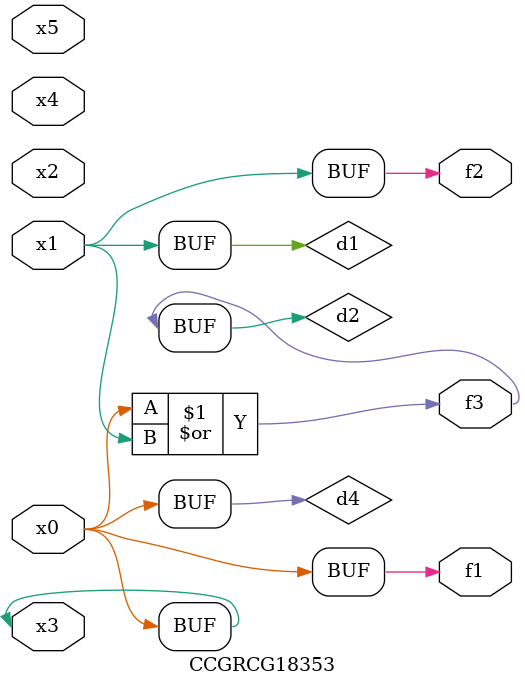
<source format=v>
module CCGRCG18353(
	input x0, x1, x2, x3, x4, x5,
	output f1, f2, f3
);

	wire d1, d2, d3, d4;

	and (d1, x1);
	or (d2, x0, x1);
	nand (d3, x0, x5);
	buf (d4, x0, x3);
	assign f1 = d4;
	assign f2 = d1;
	assign f3 = d2;
endmodule

</source>
